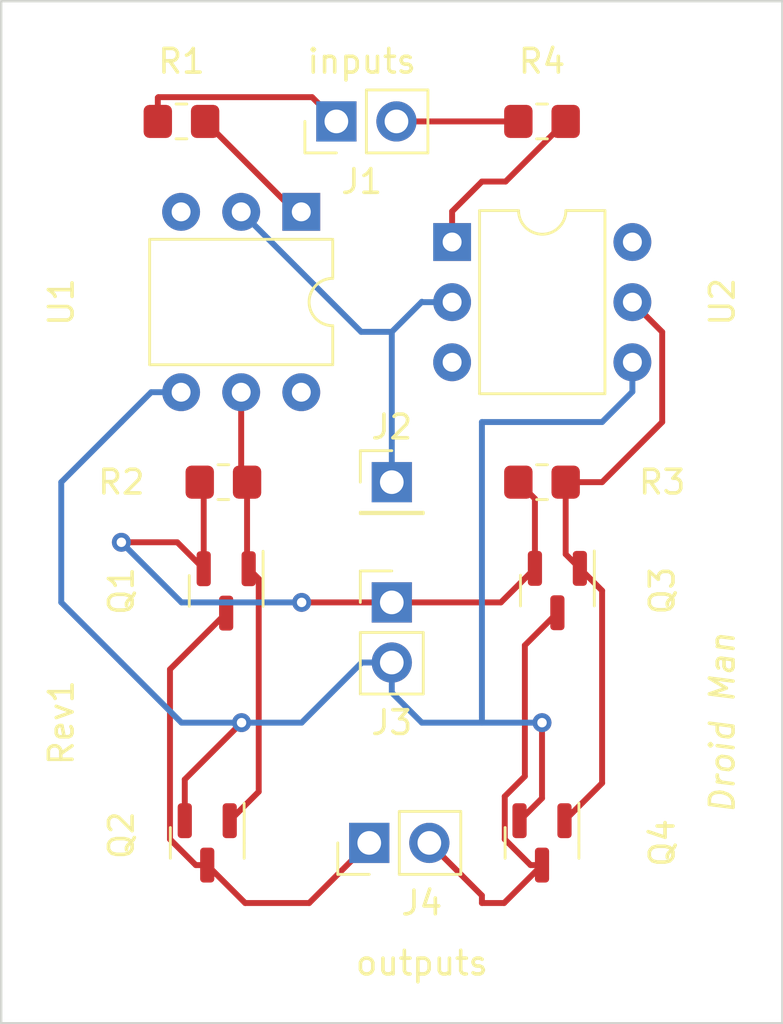
<source format=kicad_pcb>
(kicad_pcb (version 20211014) (generator pcbnew)
  (layers (0 "F.Cu" signal) (31 "B.Cu" signal) (34 "B.Paste" user) (35 "F.Paste" user) (36 "B.SilkS" user "B.Silkscreen") (37 "F.SilkS" user "F.Silkscreen") (38 "B.Mask" user) (39 "F.Mask" user) (44 "Edge.Cuts" user))
  (net 0 "")
  (net 1 "Net-(Q1-Pad1)")
  (net 2 "Vm")
  (net 3 "O1")
  (net 4 "MGND")
  (net 5 "Net-(Q3-Pad1)")
  (net 6 "O2")
  (net 7 "Net-(R1-Pad2)")
  (net 8 "GND")
  (net 11 "Net-(R4-Pad2)")
  (net 14 "IN1")
  (net 15 "IN2")
  (footprint "Resistor_SMD:R_0805_2012Metric_Pad1.20x1.40mm_HandSolder" (layer "F.Cu") (at 123.692936 91.44)
    (fp_text reference "R2" (at -4.312936 0) (layer "F.SilkS"))
    (fp_text value "R" hide)
    (fp_line (start -0.227064 0.735) (end 0.227064 0.735) (layer "F.SilkS") (width 0.12))
    (fp_line (start -0.227064 -0.735) (end 0.227064 -0.735) (layer "F.SilkS") (width 0.12))
    (pad "1" smd roundrect (at -1 0) (size 1.2 1.4) (layers "F.Cu" "F.Paste" "F.Mask") (roundrect_rratio 0.208333) (net 2 "Vm"))
    (pad "2" smd roundrect (at 1 0) (size 1.2 1.4) (layers "F.Cu" "F.Paste" "F.Mask") (roundrect_rratio 0.208333) (net 1 "Net-(Q1-Pad1)"))
  )
  (footprint "MountingHole:MountingHole_2.2mm_M2" (layer "F.Cu") (at 116.84 73.66)
    (fp_text reference "REF**" hide)
    (fp_text value "MountingHole_2.2mm_M2" hide)
    (pad "" np_thru_hole circle (at 0 0) (size 2.2 2.2) (drill 2.2) (layers *.Cu *.Mask))
  )
  (footprint "Connector_PinHeader_2.54mm:PinHeader_1x02_P2.54mm_Vertical" (layer "F.Cu") (at 129.8575 106.68 90)
    (fp_text reference "J4" (at -2.54 2.2225 180) (layer "F.SilkS"))
    (fp_text value "Conn_01x02_Male" hide)
    (fp_line (start -1.33 1.27) (end -1.33 3.87) (layer "F.SilkS") (width 0.12))
    (fp_line (start -1.33 -1.33) (end 0 -1.33) (layer "F.SilkS") (width 0.12))
    (fp_line (start -1.33 3.87) (end 1.33 3.87) (layer "F.SilkS") (width 0.12))
    (fp_line (start -1.33 1.27) (end 1.33 1.27) (layer "F.SilkS") (width 0.12))
    (fp_line (start 1.33 1.27) (end 1.33 3.87) (layer "F.SilkS") (width 0.12))
    (fp_line (start -1.33 0) (end -1.33 -1.33) (layer "F.SilkS") (width 0.12))
    (pad "1" thru_hole rect (at 0 0 90) (size 1.7 1.7) (drill 1) (layers *.Cu *.Mask) (net 3 "O1"))
    (pad "2" thru_hole oval (at 0 2.54 90) (size 1.7 1.7) (drill 1) (layers *.Cu *.Mask) (net 6 "O2"))
  )
  (footprint "Connector_PinHeader_2.54mm:PinHeader_1x02_P2.54mm_Vertical" (layer "F.Cu") (at 130.81 96.52)
    (fp_text reference "J3" (at 0 5.08) (layer "F.SilkS"))
    (fp_text value "Conn_01x02_Male" hide)
    (fp_line (start -1.33 -1.33) (end 0 -1.33) (layer "F.SilkS") (width 0.12))
    (fp_line (start -1.33 3.87) (end 1.33 3.87) (layer "F.SilkS") (width 0.12))
    (fp_line (start -1.33 1.27) (end -1.33 3.87) (layer "F.SilkS") (width 0.12))
    (fp_line (start -1.33 1.27) (end 1.33 1.27) (layer "F.SilkS") (width 0.12))
    (fp_line (start 1.33 1.27) (end 1.33 3.87) (layer "F.SilkS") (width 0.12))
    (fp_line (start -1.33 0) (end -1.33 -1.33) (layer "F.SilkS") (width 0.12))
    (pad "1" thru_hole rect (at 0 0) (size 1.7 1.7) (drill 1) (layers *.Cu *.Mask) (net 2 "Vm"))
    (pad "2" thru_hole oval (at 0 2.54) (size 1.7 1.7) (drill 1) (layers *.Cu *.Mask) (net 4 "MGND"))
  )
  (footprint "Resistor_SMD:R_0805_2012Metric_Pad1.20x1.40mm_HandSolder" (layer "F.Cu") (at 137.16 91.44)
    (fp_text reference "R3" (at 5.08 0) (layer "F.SilkS"))
    (fp_text value "R" hide)
    (fp_line (start -0.227064 0.735) (end 0.227064 0.735) (layer "F.SilkS") (width 0.12))
    (fp_line (start -0.227064 -0.735) (end 0.227064 -0.735) (layer "F.SilkS") (width 0.12))
    (pad "1" smd roundrect (at -1 0) (size 1.2 1.4) (layers "F.Cu" "F.Paste" "F.Mask") (roundrect_rratio 0.208333) (net 2 "Vm"))
    (pad "2" smd roundrect (at 1 0) (size 1.2 1.4) (layers "F.Cu" "F.Paste" "F.Mask") (roundrect_rratio 0.208333) (net 5 "Net-(Q3-Pad1)"))
  )
  (footprint "Package_DIP:DIP-6_W7.62mm" (layer "F.Cu") (at 133.36 81.295)
    (fp_text reference "U2" (at 11.42 2.525 90) (layer "F.SilkS"))
    (fp_text value "4N25" hide)
    (fp_line (start 6.46 -1.33) (end 4.81 -1.33) (layer "F.SilkS") (width 0.12))
    (fp_line (start 6.46 6.41) (end 6.46 -1.33) (layer "F.SilkS") (width 0.12))
    (fp_line (start 1.16 6.41) (end 6.46 6.41) (layer "F.SilkS") (width 0.12))
    (fp_line (start 2.81 -1.33) (end 1.16 -1.33) (layer "F.SilkS") (width 0.12))
    (fp_line (start 1.16 -1.33) (end 1.16 6.41) (layer "F.SilkS") (width 0.12))
    (fp_arc (start 4.81 -1.33) (mid 3.81 -0.33) (end 2.81 -1.33) (layer "F.SilkS") (width 0.12))
    (pad "1" thru_hole rect (at 0 0) (size 1.6 1.6) (drill 0.8) (layers *.Cu *.Mask) (net 11 "Net-(R4-Pad2)"))
    (pad "2" thru_hole oval (at 0 2.54) (size 1.6 1.6) (drill 0.8) (layers *.Cu *.Mask) (net 8 "GND"))
    (pad "3" thru_hole oval (at 0 5.08) (size 1.6 1.6) (drill 0.8) (layers *.Cu *.Mask))
    (pad "4" thru_hole oval (at 7.62 5.08) (size 1.6 1.6) (drill 0.8) (layers *.Cu *.Mask) (net 4 "MGND"))
    (pad "5" thru_hole oval (at 7.62 2.54) (size 1.6 1.6) (drill 0.8) (layers *.Cu *.Mask) (net 5 "Net-(Q3-Pad1)"))
    (pad "6" thru_hole oval (at 7.62 0) (size 1.6 1.6) (drill 0.8) (layers *.Cu *.Mask))
  )
  (footprint "Connector_PinHeader_2.54mm:PinHeader_1x01_P2.54mm_Vertical" (layer "F.Cu") (at 130.81 91.44)
    (fp_text reference "J2" (at 0 -2.33) (layer "F.SilkS"))
    (fp_text value "Conn_01x01_Male" hide)
    (fp_line (start -1.33 1.27) (end 1.33 1.27) (layer "F.SilkS") (width 0.12))
    (fp_line (start -1.33 1.33) (end 1.33 1.33) (layer "F.SilkS") (width 0.12))
    (fp_line (start -1.33 1.27) (end -1.33 1.33) (layer "F.SilkS") (width 0.12))
    (fp_line (start -1.33 -1.33) (end 0 -1.33) (layer "F.SilkS") (width 0.12))
    (fp_line (start 1.33 1.27) (end 1.33 1.33) (layer "F.SilkS") (width 0.12))
    (fp_line (start -1.33 0) (end -1.33 -1.33) (layer "F.SilkS") (width 0.12))
    (pad "1" thru_hole rect (at 0 0) (size 1.7 1.7) (drill 1) (layers *.Cu *.Mask) (net 8 "GND"))
  )
  (footprint "Resistor_SMD:R_0805_2012Metric_Pad1.20x1.40mm_HandSolder" (layer "F.Cu") (at 121.92 76.2)
    (fp_text reference "R1" (at 0 -2.54) (layer "F.SilkS"))
    (fp_text value "R" hide)
    (fp_line (start -0.227064 -0.735) (end 0.227064 -0.735) (layer "F.SilkS") (width 0.12))
    (fp_line (start -0.227064 0.735) (end 0.227064 0.735) (layer "F.SilkS") (width 0.12))
    (pad "1" smd roundrect (at -1 0) (size 1.2 1.4) (layers "F.Cu" "F.Paste" "F.Mask") (roundrect_rratio 0.208333) (net 14 "IN1"))
    (pad "2" smd roundrect (at 1 0) (size 1.2 1.4) (layers "F.Cu" "F.Paste" "F.Mask") (roundrect_rratio 0.208333) (net 7 "Net-(R1-Pad2)"))
  )
  (footprint "MountingHole:MountingHole_2.2mm_M2" (layer "F.Cu") (at 144.78 111.76)
    (fp_text reference "REF**" hide)
    (fp_text value "MountingHole_2.2mm_M2" hide)
    (pad "" np_thru_hole circle (at 0 0) (size 2.2 2.2) (drill 2.2) (layers F&B.Cu *.Mask))
  )
  (footprint "Package_TO_SOT_SMD:SOT-23" (layer "F.Cu") (at 123.81 96.035 -90)
    (fp_text reference "Q1" (at 0 4.43 90) (layer "F.SilkS"))
    (fp_text value "AO3401A" hide)
    (fp_line (start 0 -1.56) (end 0.65 -1.56) (layer "F.SilkS") (width 0.12))
    (fp_line (start 0 1.56) (end 0.65 1.56) (layer "F.SilkS") (width 0.12))
    (fp_line (start 0 -1.56) (end -1.675 -1.56) (layer "F.SilkS") (width 0.12))
    (fp_line (start 0 1.56) (end -0.65 1.56) (layer "F.SilkS") (width 0.12))
    (pad "1" smd roundrect (at -0.9375 -0.95 270) (size 1.475 0.6) (layers "F.Cu" "F.Paste" "F.Mask") (net 1 "Net-(Q1-Pad1)"))
    (pad "2" smd roundrect (at -0.9375 0.95 270) (size 1.475 0.6) (layers "F.Cu" "F.Paste" "F.Mask") (net 2 "Vm"))
    (pad "3" smd roundrect (at 0.9375 0 270) (size 1.475 0.6) (layers "F.Cu" "F.Paste" "F.Mask") (net 3 "O1"))
  )
  (footprint "Package_TO_SOT_SMD:SOT-23" (layer "F.Cu") (at 123.01 106.68 -90)
    (fp_text reference "Q2" (at -0.325 3.63 90) (layer "F.SilkS"))
    (fp_text value "IRLML0030" hide)
    (fp_line (start 0 1.56) (end -0.65 1.56) (layer "F.SilkS") (width 0.12))
    (fp_line (start 0 1.56) (end 0.65 1.56) (layer "F.SilkS") (width 0.12))
    (fp_line (start 0 -1.56) (end -1.675 -1.56) (layer "F.SilkS") (width 0.12))
    (fp_line (start 0 -1.56) (end 0.65 -1.56) (layer "F.SilkS") (width 0.12))
    (pad "1" smd roundrect (at -0.9375 -0.95 270) (size 1.475 0.6) (layers "F.Cu" "F.Paste" "F.Mask") (net 1 "Net-(Q1-Pad1)"))
    (pad "2" smd roundrect (at -0.9375 0.95 270) (size 1.475 0.6) (layers "F.Cu" "F.Paste" "F.Mask") (net 4 "MGND"))
    (pad "3" smd roundrect (at 0.9375 0 270) (size 1.475 0.6) (layers "F.Cu" "F.Paste" "F.Mask") (net 3 "O1"))
  )
  (footprint "Package_DIP:DIP-6_W7.62mm" (layer "F.Cu") (at 126.985 80.02 -90)
    (fp_text reference "U1" (at 3.81 10.145 90) (layer "F.SilkS"))
    (fp_text value "4N25" hide)
    (fp_line (start 6.46 6.41) (end 6.46 -1.33) (layer "F.SilkS") (width 0.12))
    (fp_line (start 1.16 -1.33) (end 1.16 6.41) (layer "F.SilkS") (width 0.12))
    (fp_line (start 6.46 -1.33) (end 4.81 -1.33) (layer "F.SilkS") (width 0.12))
    (fp_line (start 1.16 6.41) (end 6.46 6.41) (layer "F.SilkS") (width 0.12))
    (fp_line (start 2.81 -1.33) (end 1.16 -1.33) (layer "F.SilkS") (width 0.12))
    (fp_arc (start 4.81 -1.33) (mid 3.81 -0.33) (end 2.81 -1.33) (layer "F.SilkS") (width 0.12))
    (pad "1" thru_hole rect (at 0 0 270) (size 1.6 1.6) (drill 0.8) (layers *.Cu *.Mask) (net 7 "Net-(R1-Pad2)"))
    (pad "2" thru_hole oval (at 0 2.54 270) (size 1.6 1.6) (drill 0.8) (layers *.Cu *.Mask) (net 8 "GND"))
    (pad "3" thru_hole oval (at 0 5.08 270) (size 1.6 1.6) (drill 0.8) (layers *.Cu *.Mask))
    (pad "4" thru_hole oval (at 7.62 5.08 270) (size 1.6 1.6) (drill 0.8) (layers *.Cu *.Mask) (net 4 "MGND"))
    (pad "5" thru_hole oval (at 7.62 2.54 270) (size 1.6 1.6) (drill 0.8) (layers *.Cu *.Mask) (net 1 "Net-(Q1-Pad1)"))
    (pad "6" thru_hole oval (at 7.62 0 270) (size 1.6 1.6) (drill 0.8) (layers *.Cu *.Mask))
  )
  (footprint "Resistor_SMD:R_0805_2012Metric_Pad1.20x1.40mm_HandSolder" (layer "F.Cu") (at 137.16 76.2)
    (fp_text reference "R4" (at 0 -2.54) (layer "F.SilkS"))
    (fp_text value "R" hide)
    (fp_line (start -0.227064 -0.735) (end 0.227064 -0.735) (layer "F.SilkS") (width 0.12))
    (fp_line (start -0.227064 0.735) (end 0.227064 0.735) (layer "F.SilkS") (width 0.12))
    (pad "1" smd roundrect (at -1 0) (size 1.2 1.4) (layers "F.Cu" "F.Paste" "F.Mask") (roundrect_rratio 0.208333) (net 15 "IN2"))
    (pad "2" smd roundrect (at 1 0) (size 1.2 1.4) (layers "F.Cu" "F.Paste" "F.Mask") (roundrect_rratio 0.208333) (net 11 "Net-(R4-Pad2)"))
  )
  (footprint "Connector_PinHeader_2.54mm:PinHeader_1x02_P2.54mm_Vertical" (layer "F.Cu") (at 128.4675 76.2 90)
    (fp_text reference "J1" (at -2.54 1.0725 180) (layer "F.SilkS"))
    (fp_text value "Conn_01x02_Male" hide)
    (fp_line (start -1.33 1.27) (end -1.33 3.87) (layer "F.SilkS") (width 0.12))
    (fp_line (start 1.33 1.27) (end 1.33 3.87) (layer "F.SilkS") (width 0.12))
    (fp_line (start -1.33 -1.33) (end 0 -1.33) (layer "F.SilkS") (width 0.12))
    (fp_line (start -1.33 3.87) (end 1.33 3.87) (layer "F.SilkS") (width 0.12))
    (fp_line (start -1.33 1.27) (end 1.33 1.27) (layer "F.SilkS") (width 0.12))
    (fp_line (start -1.33 0) (end -1.33 -1.33) (layer "F.SilkS") (width 0.12))
    (pad "1" thru_hole rect (at 0 0 90) (size 1.7 1.7) (drill 1) (layers *.Cu *.Mask) (net 14 "IN1"))
    (pad "2" thru_hole oval (at 0 2.54 90) (size 1.7 1.7) (drill 1) (layers *.Cu *.Mask) (net 15 "IN2"))
  )
  (footprint "Package_TO_SOT_SMD:SOT-23" (layer "F.Cu") (at 137.16 106.68 -90)
    (fp_text reference "Q4" (at 0 -5.08 90) (layer "F.SilkS"))
    (fp_text value "IRLML0030" hide)
    (fp_line (start 0 -1.56) (end 0.65 -1.56) (layer "F.SilkS") (width 0.12))
    (fp_line (start 0 1.56) (end 0.65 1.56) (layer "F.SilkS") (width 0.12))
    (fp_line (start 0 1.56) (end -0.65 1.56) (layer "F.SilkS") (width 0.12))
    (fp_line (start 0 -1.56) (end -1.675 -1.56) (layer "F.SilkS") (width 0.12))
    (pad "1" smd roundrect (at -0.9375 -0.95 270) (size 1.475 0.6) (layers "F.Cu" "F.Paste" "F.Mask") (net 5 "Net-(Q3-Pad1)"))
    (pad "2" smd roundrect (at -0.9375 0.95 270) (size 1.475 0.6) (layers "F.Cu" "F.Paste" "F.Mask") (net 4 "MGND"))
    (pad "3" smd roundrect (at 0.9375 0 270) (size 1.475 0.6) (layers "F.Cu" "F.Paste" "F.Mask") (net 6 "O2"))
  )
  (footprint "MountingHole:MountingHole_2.2mm_M2" (layer "F.Cu") (at 116.84 111.76)
    (fp_text reference "REF**" hide)
    (fp_text value "MountingHole_2.2mm_M2" hide)
    (pad "" np_thru_hole circle (at 0 0) (size 2.2 2.2) (drill 2.2) (layers F&B.Cu *.Mask))
  )
  (footprint "MountingHole:MountingHole_2.2mm_M2" (layer "F.Cu") (at 144.78 73.66)
    (fp_text reference "REF**" hide)
    (fp_text value "MountingHole_2.2mm_M2" hide)
    (pad "" np_thru_hole circle (at 0 0) (size 2.2 2.2) (drill 2.2) (layers F&B.Cu *.Mask))
  )
  (footprint "Package_TO_SOT_SMD:SOT-23" (layer "F.Cu") (at 137.81 96.02 -90)
    (fp_text reference "Q3" (at 0 -4.43 90) (layer "F.SilkS"))
    (fp_text value "AO3401A" hide)
    (fp_line (start 0 1.56) (end -0.65 1.56) (layer "F.SilkS") (width 0.12))
    (fp_line (start 0 1.56) (end 0.65 1.56) (layer "F.SilkS") (width 0.12))
    (fp_line (start 0 -1.56) (end 0.65 -1.56) (layer "F.SilkS") (width 0.12))
    (fp_line (start 0 -1.56) (end -1.675 -1.56) (layer "F.SilkS") (width 0.12))
    (pad "1" smd roundrect (at -0.9375 -0.95 270) (size 1.475 0.6) (layers "F.Cu" "F.Paste" "F.Mask") (net 5 "Net-(Q3-Pad1)"))
    (pad "2" smd roundrect (at -0.9375 0.95 270) (size 1.475 0.6) (layers "F.Cu" "F.Paste" "F.Mask") (net 2 "Vm"))
    (pad "3" smd roundrect (at 0.9375 0 270) (size 1.475 0.6) (layers "F.Cu" "F.Paste" "F.Mask") (net 6 "O2"))
  )
  (gr_rect (start 114.3 71.12) (end 147.32 114.3) (layer "Edge.Cuts") (width 0.1) (fill none))
  (gr_text "Droid Man" (at 144.78 101.6 90) (layer "F.SilkS") (effects (font (size 1 1) (thickness 0.15) italic)))
  (gr_text "inputs" (at 129.54 73.66) (layer "F.SilkS") (effects (font (size 1 1))))
  (gr_text "Rev1" (at 116.84 101.6 90) (layer "F.SilkS") (effects (font (size 1 1))))
  (gr_text "outputs" (at 132.08 111.76) (layer "F.SilkS") (effects (font (size 1 1))))
  (segment (start 124.692936 91.44) (end 124.692936 95.030436) (width 0.25) (layer "F.Cu") (net 1))
  (segment (start 123.96 105.7425) (end 125.185 104.5175) (width 0.25) (layer "F.Cu") (net 1))
  (segment (start 125.185 95.5225) (end 124.76 95.0975) (width 0.25) (layer "F.Cu") (net 1))
  (segment (start 124.692936 95.030436) (end 124.76 95.0975) (width 0.25) (layer "F.Cu") (net 1))
  (segment (start 124.445 87.64) (end 124.445 91.192064) (width 0.25) (layer "F.Cu") (net 1))
  (segment (start 125.185 104.5175) (end 125.185 95.5225) (width 0.25) (layer "F.Cu") (net 1))
  (segment (start 124.445 91.192064) (end 124.692936 91.44) (width 0.25) (layer "F.Cu") (net 1))
  (segment (start 122.86 91.607064) (end 122.86 95.0975) (width 0.25) (layer "F.Cu") (net 2))
  (segment (start 130.81 96.52) (end 135.4225 96.52) (width 0.25) (layer "F.Cu") (net 2))
  (segment (start 136.86 92.14) (end 136.86 95.0825) (width 0.25) (layer "F.Cu") (net 2))
  (segment (start 119.38 93.98) (end 121.7425 93.98) (width 0.25) (layer "F.Cu") (net 2))
  (segment (start 130.81 96.52) (end 127 96.52) (width 0.25) (layer "F.Cu") (net 2))
  (segment (start 122.692936 91.44) (end 122.86 91.607064) (width 0.25) (layer "F.Cu") (net 2))
  (segment (start 135.4225 96.52) (end 136.86 95.0825) (width 0.25) (layer "F.Cu") (net 2))
  (segment (start 136.16 91.44) (end 136.86 92.14) (width 0.25) (layer "F.Cu") (net 2))
  (segment (start 121.7425 93.98) (end 122.86 95.0975) (width 0.25) (layer "F.Cu") (net 2))
  (via (at 127 96.52) (size 0.8) (drill 0.4) (layers "F.Cu" "B.Cu") (net 2))
  (via (at 119.38 93.98) (size 0.8) (drill 0.4) (layers "F.Cu" "B.Cu") (net 2))
  (segment (start 127 96.52) (end 121.92 96.52) (width 0.25) (layer "B.Cu") (net 2))
  (segment (start 121.92 96.52) (end 119.38 93.98) (width 0.25) (layer "B.Cu") (net 2))
  (segment (start 122.525749 107.6175) (end 123.01 107.6175) (width 0.25) (layer "F.Cu") (net 3))
  (segment (start 123.01 107.6175) (end 124.6125 109.22) (width 0.25) (layer "F.Cu") (net 3))
  (segment (start 121.435 106.526751) (end 122.525749 107.6175) (width 0.25) (layer "F.Cu") (net 3))
  (segment (start 124.6125 109.22) (end 127.3175 109.22) (width 0.25) (layer "F.Cu") (net 3))
  (segment (start 127.3175 109.22) (end 129.8575 106.68) (width 0.25) (layer "F.Cu") (net 3))
  (segment (start 123.81 96.9725) (end 121.435 99.3475) (width 0.25) (layer "F.Cu") (net 3))
  (segment (start 121.435 99.3475) (end 121.435 106.526751) (width 0.25) (layer "F.Cu") (net 3))
  (segment (start 124.46 101.6) (end 122.06 104) (width 0.25) (layer "F.Cu") (net 4))
  (segment (start 122.06 104) (end 122.06 105.7425) (width 0.25) (layer "F.Cu") (net 4))
  (segment (start 137.16 101.6) (end 137.16 104.7925) (width 0.25) (layer "F.Cu") (net 4))
  (segment (start 137.16 104.7925) (end 136.21 105.7425) (width 0.25) (layer "F.Cu") (net 4))
  (via (at 137.16 101.6) (size 0.8) (drill 0.4) (layers "F.Cu" "B.Cu") (net 4))
  (via (at 124.46 101.6) (size 0.8) (drill 0.4) (layers "F.Cu" "B.Cu") (net 4))
  (segment (start 134.62 88.9) (end 139.7 88.9) (width 0.25) (layer "B.Cu") (net 4))
  (segment (start 119.38 88.9) (end 116.84 91.44) (width 0.25) (layer "B.Cu") (net 4))
  (segment (start 120.64 87.64) (end 119.38 88.9) (width 0.25) (layer "B.Cu") (net 4))
  (segment (start 129.54 99.06) (end 127 101.6) (width 0.25) (layer "B.Cu") (net 4))
  (segment (start 139.7 88.9) (end 140.98 87.62) (width 0.25) (layer "B.Cu") (net 4))
  (segment (start 127 101.6) (end 124.46 101.6) (width 0.25) (layer "B.Cu") (net 4))
  (segment (start 130.81 99.06) (end 130.81 100.33) (width 0.25) (layer "B.Cu") (net 4))
  (segment (start 116.84 96.52) (end 119.38 99.06) (width 0.25) (layer "B.Cu") (net 4))
  (segment (start 134.62 101.6) (end 134.62 88.9) (width 0.25) (layer "B.Cu") (net 4))
  (segment (start 121.905 87.64) (end 120.64 87.64) (width 0.25) (layer "B.Cu") (net 4))
  (segment (start 116.84 91.44) (end 116.84 96.52) (width 0.25) (layer "B.Cu") (net 4))
  (segment (start 130.81 99.06) (end 129.54 99.06) (width 0.25) (layer "B.Cu") (net 4))
  (segment (start 140.98 87.62) (end 140.98 86.375) (width 0.25) (layer "B.Cu") (net 4))
  (segment (start 132.08 101.6) (end 134.62 101.6) (width 0.25) (layer "B.Cu") (net 4))
  (segment (start 121.92 101.6) (end 124.46 101.6) (width 0.25) (layer "B.Cu") (net 4))
  (segment (start 134.62 101.6) (end 137.16 101.6) (width 0.25) (layer "B.Cu") (net 4))
  (segment (start 130.81 100.33) (end 132.08 101.6) (width 0.25) (layer "B.Cu") (net 4))
  (segment (start 119.38 99.06) (end 121.92 101.6) (width 0.25) (layer "B.Cu") (net 4))
  (segment (start 142.24 88.9) (end 139.7 91.44) (width 0.25) (layer "F.Cu") (net 5))
  (segment (start 139.7 91.44) (end 138.16 91.44) (width 0.25) (layer "F.Cu") (net 5))
  (segment (start 138.16 94.4825) (end 138.76 95.0825) (width 0.25) (layer "F.Cu") (net 5))
  (segment (start 140.98 83.835) (end 142.24 85.095) (width 0.25) (layer "F.Cu") (net 5))
  (segment (start 139.7 96.0225) (end 139.7 104.1525) (width 0.25) (layer "F.Cu") (net 5))
  (segment (start 139.7 104.1525) (end 138.11 105.7425) (width 0.25) (layer "F.Cu") (net 5))
  (segment (start 138.16 91.44) (end 138.16 94.4825) (width 0.25) (layer "F.Cu") (net 5))
  (segment (start 138.76 95.0825) (end 139.7 96.0225) (width 0.25) (layer "F.Cu") (net 5))
  (segment (start 142.24 85.095) (end 142.24 88.9) (width 0.25) (layer "F.Cu") (net 5))
  (segment (start 134.62 108.9025) (end 134.62 109.22) (width 0.25) (layer "F.Cu") (net 6))
  (segment (start 136.435 103.865) (end 135.585 104.715) (width 0.25) (layer "F.Cu") (net 6))
  (segment (start 136.675749 107.6175) (end 137.16 107.6175) (width 0.25) (layer "F.Cu") (net 6))
  (segment (start 132.3975 106.68) (end 134.62 108.9025) (width 0.25) (layer "F.Cu") (net 6))
  (segment (start 135.585 104.715) (end 135.585 106.526751) (width 0.25) (layer "F.Cu") (net 6))
  (segment (start 135.585 106.526751) (end 136.675749 107.6175) (width 0.25) (layer "F.Cu") (net 6))
  (segment (start 134.62 109.22) (end 135.5575 109.22) (width 0.25) (layer "F.Cu") (net 6))
  (segment (start 137.81 96.9575) (end 136.435 98.3325) (width 0.25) (layer "F.Cu") (net 6))
  (segment (start 136.435 98.3325) (end 136.435 103.865) (width 0.25) (layer "F.Cu") (net 6))
  (segment (start 135.5575 109.22) (end 137.16 107.6175) (width 0.25) (layer "F.Cu") (net 6))
  (segment (start 122.92 76.2) (end 126.74 80.02) (width 0.25) (layer "F.Cu") (net 7))
  (segment (start 126.74 80.02) (end 126.985 80.02) (width 0.25) (layer "F.Cu") (net 7))
  (segment (start 129.515 85.09) (end 130.81 85.09) (width 0.25) (layer "B.Cu") (net 8))
  (segment (start 132.095 83.835) (end 133.36 83.835) (width 0.25) (layer "B.Cu") (net 8))
  (segment (start 130.81 85.09) (end 132.08 83.82) (width 0.25) (layer "B.Cu") (net 8))
  (segment (start 132.08 83.82) (end 132.095 83.835) (width 0.25) (layer "B.Cu") (net 8))
  (segment (start 124.445 80.02) (end 129.515 85.09) (width 0.25) (layer "B.Cu") (net 8))
  (segment (start 130.81 91.44) (end 130.81 85.09) (width 0.25) (layer "B.Cu") (net 8))
  (segment (start 133.36 80) (end 133.36 81.295) (width 0.25) (layer "F.Cu") (net 11))
  (segment (start 135.62 78.74) (end 134.62 78.74) (width 0.25) (layer "F.Cu") (net 11))
  (segment (start 134.62 78.74) (end 133.36 80) (width 0.25) (layer "F.Cu") (net 11))
  (segment (start 138.16 76.2) (end 135.62 78.74) (width 0.25) (layer "F.Cu") (net 11))
  (segment (start 127.4425 75.175) (end 128.4675 76.2) (width 0.25) (layer "F.Cu") (net 14))
  (segment (start 120.92 76.2) (end 120.92 75.2) (width 0.25) (layer "F.Cu") (net 14))
  (segment (start 120.945 75.175) (end 127.4425 75.175) (width 0.25) (layer "F.Cu") (net 14))
  (segment (start 120.92 75.2) (end 120.945 75.175) (width 0.25) (layer "F.Cu") (net 14))
  (segment (start 136.16 76.2) (end 131.0075 76.2) (width 0.25) (layer "F.Cu") (net 15))
)
</source>
